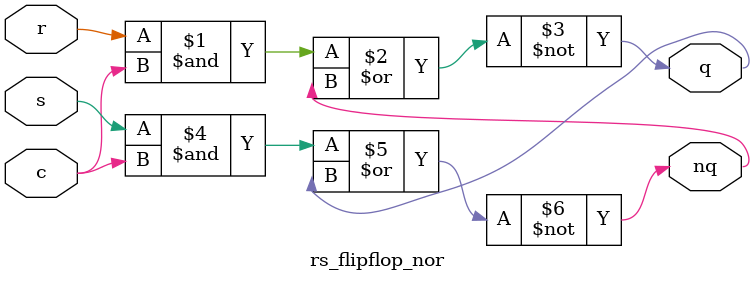
<source format=v>
`timescale 1ns / 1ps
module rs_flipflop_nor(
    input r, s, c,
    output q, nq
    );
assign q = ~((r&c)|nq);
assign nq = ~((s&c)|q);
endmodule

</source>
